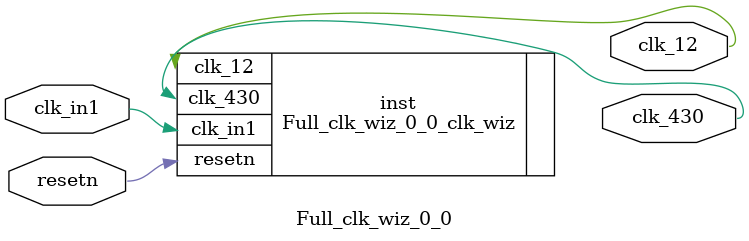
<source format=v>


`timescale 1ps/1ps

(* CORE_GENERATION_INFO = "Full_clk_wiz_0_0,clk_wiz_v6_0_1_0_0,{component_name=Full_clk_wiz_0_0,use_phase_alignment=true,use_min_o_jitter=false,use_max_i_jitter=false,use_dyn_phase_shift=false,use_inclk_switchover=false,use_dyn_reconfig=false,enable_axi=0,feedback_source=FDBK_AUTO,PRIMITIVE=PLL,num_out_clk=2,clkin1_period=10.000,clkin2_period=10.000,use_power_down=false,use_reset=true,use_locked=false,use_inclk_stopped=false,feedback_type=SINGLE,CLOCK_MGR_TYPE=NA,manual_override=false}" *)

module Full_clk_wiz_0_0 
 (
  // Clock out ports
  output        clk_12,
  output        clk_430,
  // Status and control signals
  input         resetn,
 // Clock in ports
  input         clk_in1
 );

  Full_clk_wiz_0_0_clk_wiz inst
  (
  // Clock out ports  
  .clk_12(clk_12),
  .clk_430(clk_430),
  // Status and control signals               
  .resetn(resetn), 
 // Clock in ports
  .clk_in1(clk_in1)
  );

endmodule

</source>
